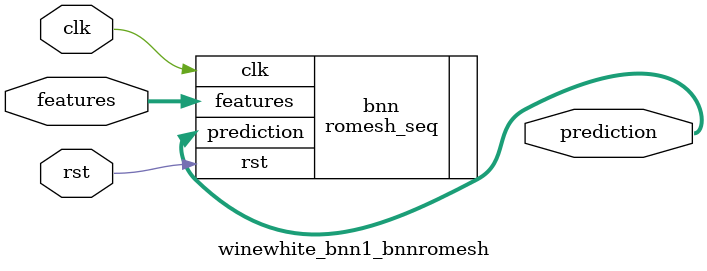
<source format=v>













module winewhite_bnn1_bnnromesh #(

parameter FEAT_CNT = 11,
parameter HIDDEN_CNT = 40,
parameter FEAT_BITS = 4,
parameter CLASS_CNT = 7,
parameter TEST_CNT = 1000


  ) (
  input clk,
  input rst,
  input [FEAT_CNT*FEAT_BITS-1:0] features,
  output [$clog2(CLASS_CNT)-1:0] prediction
  );

  localparam Weights0 = 440'b00010101000000000100110001011111111100001000110010111000111101011010011001100010111100110011000010111110111001101101111011100100100101010010111001101100110001100100000010000100011001111001000101010111000101001100101000101100000110011111011111100011100111101111111000100110011101011110000110100011110011010110001110100100000101101110011001000000111010100011101011100100010011100101000101010011100110000100101000111101100110011111111111010110 ;
  localparam Weights1 = 280'b1100111000000011001100101100101011000111100011011110001100111111010011101101011100011011111010110001111101001110110101110000110111101010000011000100001011010011000011011110101100001111010011101101011100001101100010110001111111101110111001110000000011001010100110110101111011010110 ;

  romesh_seq #(.FEAT_CNT(FEAT_CNT),.FEAT_BITS(FEAT_BITS),.HIDDEN_CNT(HIDDEN_CNT),.CLASS_CNT(CLASS_CNT),.Weights0(Weights0),.Weights1(Weights1)) bnn (
    .clk(clk),
    .rst(rst),
    .features(features),
    .prediction(prediction)
  );

endmodule

</source>
